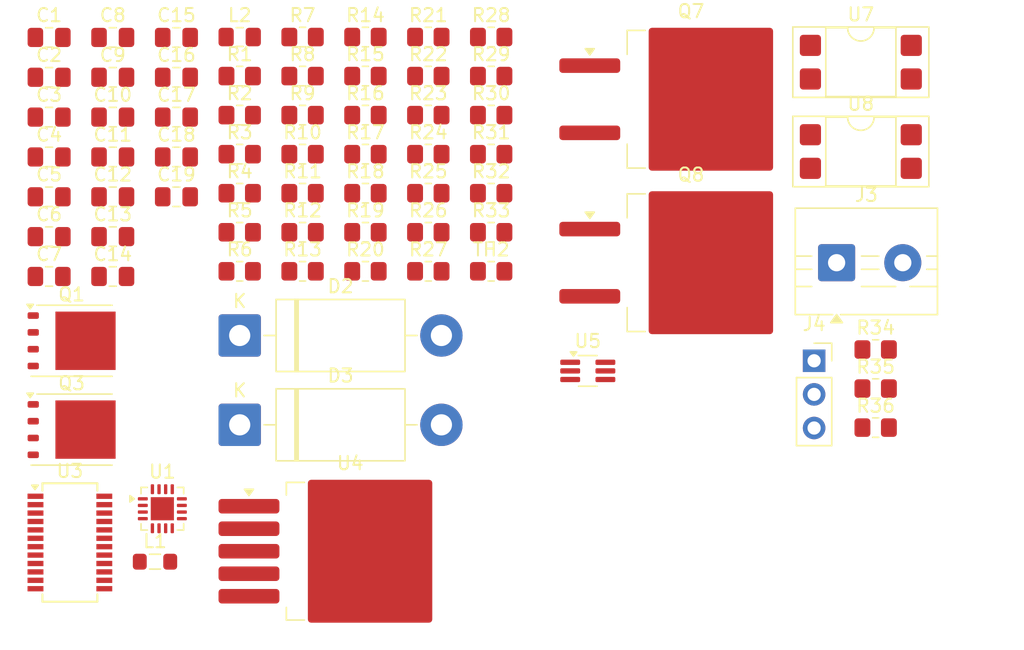
<source format=kicad_pcb>
(kicad_pcb (version 20241229) (generator "pcbnew") (generator_version "9.0")
  (layers (0 "F.Cu" signal) (2 "B.Cu" signal) (13 "F.Paste" user) (15 "B.Paste" user) (5 "F.SilkS" user "F.Silkscreen") (7 "B.SilkS" user "B.Silkscreen") (1 "F.Mask" user) (3 "B.Mask" user) (25 "Edge.Cuts" user))
  (net 0 "")
  (net 1 "Net-(U2-VC2)")
  (net 2 "Net-(U2-VC3)")
  (net 3 "Net-(U2-VC1)")
  (net 4 "DC_GND")
  (net 5 "Net-(U2-VC0)")
  (net 6 "Net-(U2-VDD)")
  (net 7 "Net-(U2-AVDD)")
  (net 8 "Net-(U2-SRP)")
  (net 9 "Net-(U2-SRN)")
  (net 10 "Net-(U1-VDD)")
  (net 11 "Net-(C11-Pad2)")
  (net 12 "/Power Supply/12V")
  (net 13 "Net-(C13-Pad1)")
  (net 14 "Net-(U3-PROG)")
  (net 15 "Net-(U3-CLP)")
  (net 16 "/Power Supply/SYSTEM_LOAD")
  (net 17 "/Power Supply/BATT+")
  (net 18 "5V_OUT")
  (net 19 "Net-(D2-K)")
  (net 20 "/Control System/H-Bridge/5V")
  (net 21 "/Control System/H-Bridge/EN")
  (net 22 "/Power Supply/SW")
  (net 23 "Net-(L1-Pad2)")
  (net 24 "Net-(Q1-G)")
  (net 25 "Net-(Q1-S-Pad1)")
  (net 26 "Net-(Q1-D)")
  (net 27 "/Power Supply/BATT-")
  (net 28 "/Power Supply/RGS_CHG")
  (net 29 "Net-(J5-Pin_1)")
  (net 31 "Net-(Q7-G)")
  (net 32 "Net-(Q8-G)")
  (net 33 "/Power Supply/CELL_2")
  (net 34 "/Power Supply/CELL_1")
  (net 35 "/Power Supply/VBUS")
  (net 36 "Net-(U1-GATE)")
  (net 37 "Net-(Q2-Pad4)")
  (net 38 "Net-(U1-SDA{slash}SNK_VSET)")
  (net 39 "Net-(U1-SCL{slash}SNK_ISET)")
  (net 40 "Net-(U2-DSG)")
  (net 41 "Net-(R13-Pad1)")
  (net 42 "/Power Supply/CHG")
  (net 43 "Net-(U2-PRES)")
  (net 44 "PRES")
  (net 45 "Net-(U2-TS)")
  (net 46 "Net-(U2-VTB)")
  (net 47 "Net-(U2-OCDP)")
  (net 48 "/Power Supply/LD")
  (net 49 "VLOGIC")
  (net 50 "ACP")
  (net 51 "'FAULT")
  (net 52 "Net-(U3-NTC)")
  (net 53 "'FLAG")
  (net 54 "Net-(U3-R_{T})")
  (net 55 "Net-(U3-ITH)")
  (net 56 "Net-(Q4-Pad5)")
  (net 57 "/Power Supply/CSP")
  (net 58 "/Power Supply/BAT")
  (net 59 "Net-(U5-B)")
  (net 60 "Net-(R35-Pad2)")
  (net 61 "Net-(R36-Pad2)")
  (net 62 "Net-(U6-D1)")
  (net 67 "/Power Supply/CC2")
  (net 68 "/Power Supply/D+")
  (net 71 "/Power Supply/D-")
  (net 72 "/Power Supply/CC1")
  (net 73 "/Power Supply/TGATE")
  (net 74 "'LOBAT")
  (net 76 "'Icl")
  (net 78 "SHDN")
  (net 79 "'CHG")
  (net 80 "Net-(U3-INFET)")
  (net 81 "/Power Supply/BGATE")
  (net 82 "/Control System/H-Bridge/3V3")
  (footprint "Resistor_SMD:R_0805_2012Metric_Pad1.20x1.40mm_HandSolder" (layer "F.Cu") (at 150.45 77.44)
    (property "Reference" "R29" (at 0 -1.65 0) (layer "F.SilkS"))
    (property "Value" "26.7k")
    (pad "1" smd roundrect (at -1 0) (size 1.2 1.4) (layers "F.Cu" "F.Mask" "F.Paste") (roundrect_rratio 0.208333) (net 14 "Net-(U3-PROG)"))
    (pad "2" smd roundrect (at 1 0) (size 1.2 1.4) (layers "F.Cu" "F.Mask" "F.Paste") (roundrect_rratio 0.208333) (net 4 "DC_GND"))
  )
  (footprint "Capacitor_SMD:C_0805_2012Metric_Pad1.18x1.45mm_HandSolder" (layer "F.Cu") (at 117.05 83.55)
    (property "Reference" "C4" (at 0 -1.68 0) (layer "F.SilkS"))
    (property "Value" "0.1u")
    (pad "1" smd roundrect (at -1.0375 0) (size 1.175 1.45) (layers "F.Cu" "F.Mask" "F.Paste") (roundrect_rratio 0.212766) (net 4 "DC_GND"))
    (pad "2" smd roundrect (at 1.0375 0) (size 1.175 1.45) (layers "F.Cu" "F.Mask" "F.Paste") (roundrect_rratio 0.212766) (net 5 "Net-(U2-VC0)"))
  )
  (footprint "Resistor_SMD:R_0805_2012Metric_Pad1.20x1.40mm_HandSolder" (layer "F.Cu") (at 136.2 83.34)
    (property "Reference" "R10" (at 0 -1.65 0) (layer "F.SilkS"))
    (property "Value" "5.1k")
    (pad "1" smd roundrect (at -1 0) (size 1.2 1.4) (layers "F.Cu" "F.Mask" "F.Paste") (roundrect_rratio 0.208333) (net 36 "Net-(U1-GATE)"))
    (pad "2" smd roundrect (at 1 0) (size 1.2 1.4) (layers "F.Cu" "F.Mask" "F.Paste") (roundrect_rratio 0.208333) (net 37 "Net-(Q2-Pad4)"))
  )
  (footprint "Resistor_SMD:R_0805_2012Metric_Pad1.20x1.40mm_HandSolder" (layer "F.Cu") (at 136.2 86.29)
    (property "Reference" "R11" (at 0 -1.65 0) (layer "F.SilkS"))
    (property "Value" "10k")
    (pad "1" smd roundrect (at -1 0) (size 1.2 1.4) (layers "F.Cu" "F.Mask" "F.Paste") (roundrect_rratio 0.208333) (net 38 "Net-(U1-SDA{slash}SNK_VSET)"))
    (pad "2" smd roundrect (at 1 0) (size 1.2 1.4) (layers "F.Cu" "F.Mask" "F.Paste") (roundrect_rratio 0.208333) (net 4 "DC_GND"))
  )
  (footprint "Resistor_SMD:R_0805_2012Metric_Pad1.20x1.40mm_HandSolder" (layer "F.Cu") (at 145.7 92.19)
    (property "Reference" "R27" (at 0 -1.65 0) (layer "F.SilkS"))
    (property "Value" "6.04k")
    (pad "1" smd roundrect (at -1 0) (size 1.2 1.4) (layers "F.Cu" "F.Mask" "F.Paste") (roundrect_rratio 0.208333) (net 55 "Net-(U3-ITH)"))
    (pad "2" smd roundrect (at 1 0) (size 1.2 1.4) (layers "F.Cu" "F.Mask" "F.Paste") (roundrect_rratio 0.208333) (net 13 "Net-(C13-Pad1)"))
  )
  (footprint "Resistor_SMD:R_0805_2012Metric_Pad1.20x1.40mm_HandSolder" (layer "F.Cu") (at 150.45 74.49)
    (property "Reference" "R28" (at 0 -1.65 0) (layer "F.SilkS"))
    (property "Value" "4.99k")
    (pad "1" smd roundrect (at -1 0) (size 1.2 1.4) (layers "F.Cu" "F.Mask" "F.Paste") (roundrect_rratio 0.208333) (net 15 "Net-(U3-CLP)"))
    (pad "2" smd roundrect (at 1 0) (size 1.2 1.4) (layers "F.Cu" "F.Mask" "F.Paste") (roundrect_rratio 0.208333) (net 56 "Net-(Q4-Pad5)"))
  )
  (footprint "Resistor_SMD:R_0805_2012Metric_Pad1.20x1.40mm_HandSolder" (layer "F.Cu") (at 136.2 89.24)
    (property "Reference" "R12" (at 0 -1.65 0) (layer "F.SilkS"))
    (property "Value" "22.6k")
    (pad "1" smd roundrect (at -1 0) (size 1.2 1.4) (layers "F.Cu" "F.Mask" "F.Paste") (roundrect_rratio 0.208333) (net 39 "Net-(U1-SCL{slash}SNK_ISET)"))
    (pad "2" smd roundrect (at 1 0) (size 1.2 1.4) (layers "F.Cu" "F.Mask" "F.Paste") (roundrect_rratio 0.208333) (net 4 "DC_GND"))
  )
  (footprint "Resistor_SMD:R_0805_2012Metric_Pad1.20x1.40mm_HandSolder" (layer "F.Cu") (at 145.7 77.44)
    (property "Reference" "R22" (at 0 -1.65 0) (layer "F.SilkS"))
    (property "Value" "309k")
    (pad "1" smd roundrect (at -1 0) (size 1.2 1.4) (layers "F.Cu" "F.Mask" "F.Paste") (roundrect_rratio 0.208333) (net 50 "ACP"))
    (pad "2" smd roundrect (at 1 0) (size 1.2 1.4) (layers "F.Cu" "F.Mask" "F.Paste") (roundrect_rratio 0.208333) (net 49 "VLOGIC"))
  )
  (footprint "Resistor_SMD:R_0805_2012Metric_Pad1.20x1.40mm_HandSolder" (layer "F.Cu") (at 179.5 101.05)
    (property "Reference" "R35" (at 0 -1.65 0) (layer "F.SilkS"))
    (property "Value" "750")
    (pad "1" smd roundrect (at -1 0) (size 1.2 1.4) (layers "F.Cu" "F.Mask" "F.Paste") (roundrect_rratio 0.208333) (net 20 "/Control System/H-Bridge/5V"))
    (pad "2" smd roundrect (at 1 0) (size 1.2 1.4) (layers "F.Cu" "F.Mask" "F.Paste") (roundrect_rratio 0.208333) (net 60 "Net-(R35-Pad2)"))
  )
  (footprint "TerminalBlock:TerminalBlock_MaiXu_MX126-5.0-02P_1x02_P5.00mm" (layer "F.Cu") (at 176.55 91.54)
    (property "Reference" "J3" (at 2.25 -5.12 0) (layer "F.SilkS"))
    (property "Value" "Screw_Terminal_01x02")
    (pad "1" thru_hole roundrect (at 0 0) (size 2.8 2.8) (drill 1.3) (layers "*.Cu" "*.Mask") (roundrect_rratio 0.089286) (net 20 "/Control System/H-Bridge/5V"))
    (pad "2" thru_hole circle (at 5 0) (size 2.8 2.8) (drill 1.3) (layers "*.Cu" "*.Mask") (net 4 "DC_GND"))
  )
  (footprint "Package_DIP:DIP-4_W7.62mm_SMDSocket_SmallPads" (layer "F.Cu") (at 178.38 83.14)
    (property "Reference" "U8" (at 0 -3.6 0) (layer "F.SilkS"))
    (property "Value" "Optocoupler_DC_PhotoNPN_AKEC")
    (pad "1" smd roundrect (at -3.81 -1.27) (size 1.6 1.6) (layers "F.Cu" "F.Mask" "F.Paste") (roundrect_rratio 0.15625) (net 61 "Net-(R36-Pad2)"))
    (pad "2" smd roundrect (at -3.81 1.27) (size 1.6 1.6) (layers "F.Cu" "F.Mask" "F.Paste") (roundrect_rratio 0.15625) (net 4 "DC_GND"))
    (pad "3" smd roundrect (at 3.81 1.27) (size 1.6 1.6) (layers "F.Cu" "F.Mask" "F.Paste") (roundrect_rratio 0.15625) (net 4 "DC_GND"))
    (pad "4" smd roundrect (at 3.81 -1.27) (size 1.6 1.6) (layers "F.Cu" "F.Mask" "F.Paste") (roundrect_rratio 0.15625) (net 32 "Net-(Q8-G)"))
  )
  (footprint "Resistor_SMD:R_0805_2012Metric_Pad1.20x1.40mm_HandSolder" (layer "F.Cu") (at 179.5 98.1)
    (property "Reference" "R34" (at 0 -1.65 0) (layer "F.SilkS"))
    (property "Value" "10K")
    (pad "1" smd roundrect (at -1 0) (size 1.2 1.4) (layers "F.Cu" "F.Mask" "F.Paste") (roundrect_rratio 0.208333) (net 59 "Net-(U5-B)"))
    (pad "2" smd roundrect (at 1 0) (size 1.2 1.4) (layers "F.Cu" "F.Mask" "F.Paste") (roundrect_rratio 0.208333) (net 4 "DC_GND"))
  )
  (footprint "Package_TO_SOT_SMD:TO-263-2" (layer "F.Cu") (at 165.55 91.54)
    (property "Reference" "Q8" (at 0 -6.65 0) (layer "F.SilkS"))
    (property "Value" "NMOS")
    (pad "1" smd roundrect (at -7.65 -2.54) (size 4.6 1.1) (layers "F.Cu" "F.Mask" "F.Paste") (roundrect_rratio 0.227273) (net 29 "Net-(J5-Pin_1)"))
    (pad "2" smd roundrect (at 1.5 0) (size 9.4 10.8) (layers "F.Cu" "F.Mask") (roundrect_rratio 0.026596) (net 32 "Net-(Q8-G)"))
    (pad "3" smd roundrect (at -7.65 2.54) (size 4.6 1.1) (layers "F.Cu" "F.Mask" "F.Paste") (roundrect_rratio 0.227273) (net 4 "DC_GND"))
  )
  (footprint "Resistor_SMD:R_0805_2012Metric_Pad1.20x1.40mm_HandSolder" (layer "F.Cu") (at 140.95 92.19)
    (property "Reference" "R20" (at 0 -1.65 0) (layer "F.SilkS"))
    (property "Value" "100k")
    (pad "1" smd roundrect (at -1 0) (size 1.2 1.4) (layers "F.Cu" "F.Mask" "F.Paste") (roundrect_rratio 0.208333) (net 47 "Net-(U2-OCDP)"))
    (pad "2" smd roundrect (at 1 0) (size 1.2 1.4) (layers "F.Cu" "F.Mask" "F.Paste") (roundrect_rratio 0.208333) (net 4 "DC_GND"))
  )
  (footprint "Resistor_SMD:R_0805_2012Metric_Pad1.20x1.40mm_HandSolder" (layer "F.Cu") (at 140.95 77.44)
    (property "Reference" "R15" (at 0 -1.65 0) (layer "F.SilkS"))
    (property "Value" "49.9k")
    (pad "1" smd roundrect (at -1 0) (size 1.2 1.4) (layers "F.Cu" "F.Mask" "F.Paste") (roundrect_rratio 0.208333) (net 37 "Net-(Q2-Pad4)"))
    (pad "2" smd roundrect (at 1 0) (size 1.2 1.4) (layers "F.Cu" "F.Mask" "F.Paste") (roundrect_rratio 0.208333) (net 35 "/Power Supply/VBUS"))
  )
  (footprint "Resistor_SMD:R_0805_2012Metric_Pad1.20x1.40mm_HandSolder" (layer "F.Cu") (at 140.95 74.49)
    (property "Reference" "R14" (at 0 -1.65 0) (layer "F.SilkS"))
    (property "Value" "1M")
    (pad "1" smd roundrect (at -1 0) (size 1.2 1.4) (layers "F.Cu" "F.Mask" "F.Paste") (roundrect_rratio 0.208333) (net 41 "Net-(R13-Pad1)"))
    (pad "2" smd roundrect (at 1 0) (size 1.2 1.4) (layers "F.Cu" "F.Mask" "F.Paste") (roundrect_rratio 0.208333) (net 24 "Net-(Q1-G)"))
  )
  (footprint "Capacitor_SMD:C_0805_2012Metric_Pad1.18x1.45mm_HandSolder" (layer "F.Cu") (at 121.86 92.58)
    (property "Reference" "C14" (at 0 -1.68 0) (layer "F.SilkS"))
    (property "Value" "0.0047uF")
    (pad "1" smd roundrect (at -1.0375 0) (size 1.175 1.45) (layers "F.Cu" "F.Mask" "F.Paste") (roundrect_rratio 0.212766) (net 14 "Net-(U3-PROG)"))
    (pad "2" smd roundrect (at 1.0375 0) (size 1.175 1.45) (layers "F.Cu" "F.Mask" "F.Paste") (roundrect_rratio 0.212766) (net 4 "DC_GND"))
  )
  (footprint "Resistor_SMD:R_0805_2012Metric_Pad1.20x1.40mm_HandSolder" (layer "F.Cu") (at 131.45 80.39)
    (property "Reference" "R2" (at 0 -1.65 0) (layer "F.SilkS"))
    (property "Value" "1k")
    (pad "1" smd roundrect (at -1 0) (size 1.2 1.4) (layers "F.Cu" "F.Mask" "F.Paste") (roundrect_rratio 0.208333) (net 17 "/Power Supply/BATT+"))
    (pad "2" smd roundrect (at 1 0) (size 1.2 1.4) (layers "F.Cu" "F.Mask" "F.Paste") (roundrect_rratio 0.208333) (net 2 "Net-(U2-VC3)"))
  )
  (footprint "Capacitor_SMD:C_0805_2012Metric_Pad1.18x1.45mm_HandSolder" (layer "F.Cu") (at 121.86 74.52)
    (property "Reference" "C8" (at 0 -1.68 0) (layer "F.SilkS"))
    (property "Value" "0.1uF")
    (pad "1" smd roundrect (at -1.0375 0) (size 1.175 1.45) (layers "F.Cu" "F.Mask" "F.Paste") (roundrect_rratio 0.212766) (net 8 "Net-(U2-SRP)"))
    (pad "2" smd roundrect (at 1.0375 0) (size 1.175 1.45) (layers "F.Cu" "F.Mask" "F.Paste") (roundrect_rratio 0.212766) (net 9 "Net-(U2-SRN)"))
  )
  (footprint "Resistor_SMD:R_0805_2012Metric_Pad1.20x1.40mm_HandSolder" (layer "F.Cu") (at 136.2 74.49)
    (property "Reference" "R7" (at 0 -1.65 0) (layer "F.SilkS"))
    (property "Value" "10")
    (pad "1" smd roundrect (at -1 0) (size 1.2 1.4) (layers "F.Cu" "F.Mask" "F.Paste") (roundrect_rratio 0.208333) (net 35 "/Power Supply/VBUS"))
    (pad "2" smd roundrect (at 1 0) (size 1.2 1.4) (layers "F.Cu" "F.Mask" "F.Paste") (roundrect_rratio 0.208333) (net 10 "Net-(U1-VDD)"))
  )
  (footprint "Package_TO_SOT_SMD:TDSON-8-1" (layer "F.Cu") (at 118.75 104.15)
    (property "Reference" "Q3" (at 0 -3.5 0) (layer "F.SilkS"))
    (property "Value" "CSD18531Q5A")
    (pad "1" smd roundrect (at -2.9 -1.905) (size 0.85 0.5) (layers "F.Cu" "F.Mask" "F.Paste") (net 27 "/Power Supply/BATT-"))
    (pad "2" smd roundrect (at -2.9 -0.635) (size 0.85 0.5) (layers "F.Cu" "F.Mask" "F.Paste") (net 27 "/Power Supply/BATT-"))
    (pad "3" smd roundrect (at -2.9 0.635) (size 0.85 0.5) (layers "F.Cu" "F.Mask" "F.Paste") (net 27 "/Power Supply/BATT-"))
    (pad "4" smd roundrect (at -2.9 1.905) (size 0.85 0.5) (layers "F.Cu" "F.Mask" "F.Paste") (net 28 "/Power Supply/RGS_CHG"))
    (pad "5" smd rect (at 1.05 0) (size 4.55 4.41) (layers "F.Cu") (net 26 "Net-(Q1-D)"))
  )
  (footprint "Resistor_SMD:R_0805_2012Metric_Pad1.20x1.40mm_HandSolder" (layer "F.Cu") (at 131.45 83.34)
    (property "Reference" "R3" (at 0 -1.65 0) (layer "F.SilkS"))
    (property "Value" "1k")
    (pad "1" smd roundrect (at -1 0) (size 1.2 1.4) (layers "F.Cu" "F.Mask" "F.Paste") (roundrect_rratio 0.208333) (net 33 "/Power Supply/CELL_2"))
    (pad "2" smd roundrect (at 1 0) (size 1.2 1.4) (layers "F.Cu" "F.Mask" "F.Paste") (roundrect_rratio 0.208333) (net 1 "Net-(U2-VC2)"))
  )
  (footprint "Resistor_SMD:R_0805_2012Metric_Pad1.20x1.40mm_HandSolder" (layer "F.Cu") (at 140.95 86.29)
    (property "Reference" "R18" (at 0 -1.65 0) (layer "F.SilkS"))
    (property "Value" "10k")
    (pad "1" smd roundrect (at -1 0) (size 1.2 1.4) (layers "F.Cu" "F.Mask" "F.Paste") (roundrect_rratio 0.208333) (net 43 "Net-(U2-PRES)"))
    (pad "2" smd roundrect (at 1 0) (size 1.2 1.4) (layers "F.Cu" "F.Mask" "F.Paste") (roundrect_rratio 0.208333) (net 44 "PRES"))
  )
  (footprint "Capacitor_SMD:C_0805_2012Metric_Pad1.18x1.45mm_HandSolder" (layer "F.Cu") (at 121.86 89.57)
    (property "Reference" "C13" (at 0 -1.68 0) (layer "F.SilkS"))
    (property "Value" "0.12uF")
    (pad "1" smd roundrect (at -1.0375 0) (size 1.175 1.45) (layers "F.Cu" "F.Mask" "F.Paste") (roundrect_rratio 0.212766) (net 13 "Net-(C13-Pad1)"))
    (pad "2" smd roundrect (at 1.0375 0) (size 1.175 1.45) (layers "F.Cu" "F.Mask" "F.Paste") (roundrect_rratio 0.212766) (net 4 "DC_GND"))
  )
  (footprint "Capacitor_SMD:C_0805_2012Metric_Pad1.18x1.45mm_HandSolder" (layer "F.Cu") (at 121.86 86.56)
    (property "Reference" "C12" (at 0 -1.68 0) (layer "F.SilkS"))
    (property "Value" "0.1uF")
    (pad "1" smd roundrect (at -1.0375 0) (size 1.175 1.45) (layers "F.Cu" "F.Mask" "F.Paste") (roundrect_rratio 0.212766) (net 4 "DC_GND"))
    (pad "2" smd roundrect (at 1.0375 0) (size 1.175 1.45) (layers "F.Cu" "F.Mask" "F.Paste") (roundrect_rratio 0.212766) (net 12 "/Power Supply/12V"))
  )
  (footprint "Resistor_SMD:R_0805_2012Metric_Pad1.20x1.40mm_HandSolder" (layer "F.Cu") (at 131.45 86.29)
    (property "Reference" "R4" (at 0 -1.65 0) (layer "F.SilkS"))
    (property "Value" "1k")
    (pad "1" smd roundrect (at -1 0) (size 1.2 1.4) (layers "F.Cu" "F.Mask" "F.Paste") (roundrect_rratio 0.208333) (net 34 "/Power Supply/CELL_1"))
    (pad "2" smd roundrect (at 1 0) (size 1.2 1.4) (layers "F.Cu" "F.Mask" "F.Paste") (roundrect_rratio 0.208333) (net 3 "Net-(U2-VC1)"))
  )
  (footprint "Resistor_SMD:R_0805_2012Metric_Pad1.20x1.40mm_HandSolder" (layer "F.Cu") (at 131.45 89.24)
    (property "Reference" "R5" (at 0 -1.65 0) (layer "F.SilkS"))
    (property "Value" "1k")
    (pad "1" smd roundrect (at -1 0) (size 1.2 1.4) (layers "F.Cu" "F.Mask" "F.Paste") (roundrect_rratio 0.208333) (net 4 "DC_GND"))
    (pad "2" smd roundrect (at 1 0) (size 1.2 1.4) (layers "F.Cu" "F.Mask" "F.Paste") (roundrect_rratio 0.208333) (net 5 "Net-(U2-VC0)"))
  )
  (footprint "Resistor_SMD:R_0805_2012Metric_Pad1.20x1.40mm_HandSolder" (layer "F.Cu") (at 145.7 83.34)
    (property "Reference" "R24" (at 0 -1.65 0) (layer "F.SilkS"))
    (property "Value" "32.4k")
    (pad "1" smd roundrect (at -1 0) (size 1.2 1.4) (layers "F.Cu" "F.Mask" "F.Paste") (roundrect_rratio 0.208333) (net 11 "Net-(C11-Pad2)"))
    (pad "2" smd roundrect (at 1 0) (size 1.2 1.4) (layers "F.Cu" "F.Mask" "F.Paste") (roundrect_rratio 0.208333) (net 52 "Net-(U3-NTC)"))
  )
  (footprint "Resistor_SMD:R_0805_2012Metric_Pad1.20x1.40mm_HandSolder" (layer "F.Cu") (at 145.7 86.29)
    (property "Reference" "R25" (at 0 -1.65 0) (layer "F.SilkS"))
    (property "Value" "100k")
    (pad "1" smd roundrect (at -1 0) (size 1.2 1.4) (layers "F.Cu" "F.Mask" "F.Paste") (roundrect_rratio 0.208333) (net 53 "'FLAG"))
    (pad "2" smd roundrect (at 1 0) (size 1.2 1.4) (layers "F.Cu" "F.Mask" "F.Paste") (roundrect_rratio 0.208333) (net 49 "VLOGIC"))
  )
  (footprint "Resistor_SMD:R_0805_2012Metric_Pad1.20x1.40mm_HandSolder" (layer "F.Cu") (at 131.45 77.44)
    (property "Reference" "R1" (at 0 -1.65 0) (layer "F.SilkS"))
    (property "Value" "1k")
    (pad "1" smd roundrect (at -1 0) (size 1.2 1.4) (layers "F.Cu" "F.Mask" "F.Paste") (roundrect_rratio 0.208333) (net 17 "/Power Supply/BATT+"))
    (pad "2" smd roundrect (at 1 0) (size 1.2 1.4) (layers "F.Cu" "F.Mask" "F.Paste") (roundrect_rratio 0.208333) (net 6 "Net-(U2-VDD)"))
  )
  (footprint "Resistor_SMD:R_0805_2012Metric_Pad1.20x1.40mm_HandSolder" (layer "F.Cu") (at 150.45 86.29)
    (property "Reference" "R32" (at 0 -1.65 0) (layer "F.SilkS"))
    (property "Value" "3.01k")
    (pad "1" smd roundrect (at -1 0) (size 1.2 1.4) (layers "F.Cu" "F.Mask" "F.Paste") (roundrect_rratio 0.208333) (net 23 "Net-(L1-Pad2)"))
    (pad "2" smd roundrect (at 1 0) (size 1.2 1.4) (layers "F.Cu" "F.Mask" "F.Paste") (roundrect_rratio 0.208333) (net 17 "/Power Supply/BATT+"))
  )
  (footprint "Capacitor_SMD:C_0805_2012Metric_Pad1.18x1.45mm_HandSolder" (layer "F.Cu") (at 126.67 86.56)
    (property "Reference" "C19" (at 0 -1.68 0) (layer "F.SilkS"))
    (property "Value" "220uF")
    (pad "1" smd roundrect (at -1.0375 0) (size 1.175 1.45) (layers "F.Cu" "F.Mask" "F.Paste") (roundrect_rratio 0.212766) (net 18 "5V_OUT"))
    (pad "2" smd roundrect (at 1.0375 0) (size 1.175 1.45) (layers "F.Cu" "F.Mask" "F.Paste") (roundrect_rratio 0.212766) (net 4 "DC_GND"))
  )
  (footprint "Package_TO_SOT_SMD:SOT-363_SC-70-6_Handsoldering" (layer "F.Cu") (at 157.75 99.715)
    (property "Reference" "U5" (at 0 -2.25 0) (layer "F.SilkS"))
    (property "Value" "SN74LVC1T45DCK")
    (pad "1" smd roundrect (at -1.33 -0.65) (size 1.5 0.4) (layers "F.Cu" "F.Mask" "F.Paste") (net 82 "/Control System/H-Bridge/3V3"))
    (pad "2" smd roundrect (at -1.33 0) (size 1.5 0.4) (layers "F.Cu" "F.Mask" "F.Paste") (net 4 "DC_GND"))
    (pad "3" smd roundrect (at -1.33 0.65) (size 1.5 0.4) (layers "F.Cu" "F.Mask" "F.Paste") (net 21 "/Control System/H-Bridge/EN"))
    (pad "4" smd roundrect (at 1.33 0.65) (size 1.5 0.4) (layers "F.Cu" "F.Mask" "F.Paste") (net 59 "Net-(U5-B)"))
    (pad "5" smd roundrect (at 1.33 0) (size 1.5 0.4) (layers "F.Cu" "F.Mask" "F.Paste") (net 82 "/Control System/H-Bridge/3V3"))
    (pad "6" smd roundrect (at 1.33 -0.65) (size 1.5 0.4) (layers "F.Cu" "F.Mask" "F.Paste") (net 20 "/Control System/H-Bridge/5V"))
  )
  (footprint "Resistor_SMD:R_0805_2012Metric_Pad1.20x1.40mm_HandSolder" (layer "F.Cu") (at 179.5 104)
    (property "Reference" "R36" (at 0 -1.65 0) (layer "F.SilkS"))
    (property "Value" "750")
    (pad "1" smd roundrect (at -1 0) (size 1.2 1.4) (layers "F.Cu" "F.Mask" "F.Paste") (roundrect_rratio 0.208333) (net 62 "Net-(U6-D1)"))
    (pad "2" smd roundrect (at 1 0) (size 1.2 1.4) (layers "F.Cu" "F.Mask" "F.Paste") (roundrect_rratio 0.208333) (net 61 "Net-(R36-Pad2)"))
  )
  (footprint "Diode_THT:D_DO-201AD_P15.24mm_Horizontal" (layer "F.Cu") (at 131.45 97.04)
    (property "Reference" "D2" (at 7.62 -3.72 0) (layer "F.SilkS"))
    (property "Value" "1N5822")
    (fp_text user "K" (at 0 -2.6 0) (layer "F.SilkS"))
    (pad "1" thru_hole roundrect (at 0 0) (size 3.2 3.2) (drill 1.6) (layers "*.Cu" "*.Mask") (roundrect_rratio 0.078125) (net 19 "Net-(D2-K)"))
    (pad "2" thru_hole circle (at 15.24 0) (size 3.2 3.2) (drill 1.6) (layers "*.Cu" "*.Mask") (net 4 "DC_GND"))
  )
  (footprint "Capacitor_SMD:C_0805_2012Metric_Pad1.18x1.45mm_HandSolder" (layer "F.Cu") (at 126.67 83.55)
    (property "Reference" "C18" (at 0 -1.68 0) (layer "F.SilkS"))
    (property "Value" "20uF")
    (pad "1" smd roundrect (at -1.0375 0) (size 1.175 1.45) (layers "F.Cu" "F.Mask" "F.Paste") (roundrect_rratio 0.212766) (net 17 "/Power Supply/BATT+"))
    (pad "2" smd roundrect (at 1.0375 0) (size 1.175 1.45) (layers "F.Cu" "F.Mask" "F.Paste") (roundrect_rratio 0.212766) (net 4 "DC_GND"))
  )
  (footprint "Package_TO_SOT_SMD:TO-263-5_TabPin3" (layer "F.Cu") (at 139.8 113.34)
    (property "Reference" "U4" (at 0 -6.65 0) (layer "F.SilkS"))
    (property "Value" "LM2596S-5")
    (pad "1" smd roundrect (at -7.65 -3.4) (size 4.6 1.1) (layers "F.Cu" "F.Mask" "F.Paste") (roundrect_rratio 0.227273) (net 12 "/Power Supply/12V"))
    (pad "2" smd roundrect (at -7.65 -1.7) (size 4.6 1.1) (layers "F.Cu" "F.Mask" "F.Paste") (roundrect_rratio 0.227273) (net 19 "Net-(D2-K)"))
    (pad "3" smd roundrect (at -7.65 0) (size 4.6 1.1) (layers "F.Cu" "F.Mask" "F.Paste") (roundrect_rratio 0.227273) (net 4 "DC_GND"))
    (pad "3" smd roundrect (at 1.5 0) (size 9.4 10.8) (layers "F.Cu" "F.Mask") (roundrect_rratio 0.026596) (net 4 "DC_GND"))
    (pad "4" smd roundrect (at -7.65 1.7) (size 4.6 1.1) (layers "F.Cu" "F.Mask" "F.Paste") (roundrect_rratio 0.227273) (net 18 "5V_OUT"))
    (pad "5" smd roundrect (at -7.65 3.4) (size 4.6 1.1) (layers "F.Cu" "F.Mask" "F.Paste") (roundrect_rratio 0.227273) (net 4 "DC_GND"))
  )
  (footprint "Resistor_SMD:R_0805_2012Metric_Pad1.20x1.40mm_HandSolder" (layer "F.Cu") (at 140.95 83.34)
    (property "Reference" "R17" (at 0 -1.65 0) (layer "F.SilkS"))
    (property "Value" "1M")
    (pad "1" smd roundrect (at -1 0) (size 1.2 1.4) (layers "F.Cu" "F.Mask" "F.Paste") (roundrect_rratio 0.208333) (net 28 "/Power Supply/RGS_CHG"))
    (pad "2" smd roundrect (at 1 0) (size 1.2 1.4) (layers "F.Cu" "F.Mask" "F.Paste") (roundrect_rratio 0.208333) (net 27 "/Power Supply/BATT-"))
  )
  (footprint "Package_DFN_QFN:WQFN-16-1EP_3x3mm_P0.5mm_EP1.75x1.75mm" (layer "F.Cu") (at 125.605 110.13)
    (property "Reference" "U1" (at 0 -2.8 0) (layer "F.SilkS"))
    (property "Value" "HUSB238A-xxxxx-QN16R")
    (pad "1" smd roundrect (at -1.475 -0.75) (size 0.75 0.25) (layers "F.Cu" "F.Mask" "F.Paste") (net 68 "/Power Supply/D+"))
    (pad "2" smd roundrect (at -1.475 -0.25) (size 0.75 0.25) (layers "F.Cu" "F.Mask" "F.Paste") (net 71 "/Power Supply/D-"))
    (pad "3" smd roundrect (at -1.475 0.25) (size 0.75 0.25) (layers "F.Cu" "F.Mask" "F.Paste") (net 72 "/Power Supply/CC1"))
    (pad "4" smd roundrect (at -1.475 0.75) (size 0.75 0.25) (layers "F.Cu" "F.Mask" "F.Paste") (net 67 "/Power Supply/CC2"))
    (pad "5" smd roundrect (at -0.75 1.475) (size 0.25 0.75) (layers "F.Cu" "F.Mask" "F.Paste") (net 10 "Net-(U1-VDD)"))
    (pad "6" smd roundrect (at -0.25 1.475) (size 0.25 0.75) (layers "F.Cu" "F.Mask" "F.Paste"))
    (pad "7" smd roundrect (at 0.25 1.475) (size 0.25 0.75) (layers "F.Cu" "F.Mask" "F.Paste"))
    (pad "8" smd roundrect (at 0.75 1.475) (size 0.25 0.75) (layers "F.Cu" "F.Mask" "F.Paste"))
    (pad "9" smd roundrect (at 1.475 0.75) (size 0.75 0.25) (layers "F.Cu" "F.Mask" "F.Paste") (net 38 "Net-(U1-SDA{slash}SNK_VSET)"))
    (pad "10" smd roundrect (at 1.475 0.25) (size 0.75 0.25) (layers "F.Cu" "F.Mask" "F.Paste") (net 39 "Net-(U1-SCL{slash}SNK_ISET)"))
    (pad "11" smd roundrect (at 1.475 -0.25) (size 0.75 0.25) (layers "F.Cu" "F.Mask" "F.Paste"))
    (pad "12" smd roundrect (at 1.475 -0.75) (size 0.75 0.25) (layers "F.Cu" "F.Mask" "F.Paste") (net 4 "DC_GND"))
    (pad "13" smd roundrect (at 0.75 -1.475) (size 0.25 0.75) (layers "F.Cu" "F.Mask" "F.Paste"))
    (pad "14" smd roundrect (at 0.25 -1.475) (size 0.25 0.75) (layers "F.Cu" "F.Mask" "F.Paste"))
    (pad "15" smd roundrect (at -0.25 -1.475) (size 0.25 0.75) (layers "F.Cu" "F.Mask" "F.Paste") (net 36 "Net-(U1-GATE)"))
    (pad "16" smd roundrect (at -0.75 -1.475) (size 0.25 0.75) (layers "F.Cu" "F.Mask" "F.Paste") (net 35 "/Power Supply/VBUS"))
    (pad "17" smd rect (at 0 0) (size 1.75 1.75) (property pad_prop_heatsink) (layers "F.Cu" "F.Mask") (net 4 "DC_GND"))
  )
  (footprint "Resistor_SMD:R_0805_2012Metric_Pad1.20x1.40mm_HandSolder" (layer "F.Cu") (at 136.2 92.19)
    (property "Reference" "R13" (at 0 -1.65 0) (layer "F.SilkS"))
    (property "Value" "4.5k")
    (pad "1" smd roundrect (at -1 0) (size 1.2 1.4) (layers "F.Cu" "F.Mask" "F.Paste") (roundrect_rratio 0.208333) (net 41 "Net-(R13-Pad1)"))
    (pad "2" smd roundrect (at 1 0) (size 1.2 1.4) (layers "F.Cu" "F.Mask" "F.Paste") (roundrect_rratio 0.208333) (net 40 "Net-(U2-DSG)"))
  )
  (footprint "Capacitor_SMD:C_0805_2012Metric_Pad1.18x1.45mm_HandSolder" (layer "F.Cu") (at 121.86 83.55)
    (property "Reference" "C11" (at 0 -1.68 0) (layer "F.SilkS"))
    (property "Value" "0.12uF")
    (pad "1" smd roundrect (at -1.0375 0) (size 1.175 1.45) (layers "F.Cu" "F.Mask" "F.Paste") (roundrect_rratio 0.212766) (net 4 "DC_GND"))
    (pad "2" smd roundrect (at 1.0375 0) (size 1.175 1.45) (layers "F.Cu" "F.Mask" "F.Paste") (roundrect_rratio 0.212766) (net 11 "Net-(C11-Pad2)"))
  )
  (footprint "Resistor_SMD:R_0805_2012Metric_Pad1.20x1.40mm_HandSolder" (layer "F.Cu") (at 140.95 80.39)
    (property "Reference" "R16" (at 0 -1.65 0) (layer "F.SilkS"))
    (property "Value" "1k")
    (pad "1" smd roundrect (at -1 0) (size 1.2 1.4) (layers "F.Cu" "F.Mask" "F.Paste") (roundrect_rratio 0.208333) (net 42 "/Power Supply/CHG"))
    (pad "2" smd roundrect (at 1 0) (size 1.2 1.4) (layers "F.Cu" "F.Mask" "F.Paste") (roundrect_rratio 0.208333) (net 28 "/Power Supply/RGS_CHG"))
  )
  (footprint "Package_SO:SSOP-24_3.9x8.7mm_P0.635mm" (layer "F.Cu") (at 118.62 112.68)
    (property "Reference" "U3" (at 0 -5.4 0) (layer "F.SilkS"))
    (property "Value" "LTC4007")
    (pad "1" smd rect (at -2.6 -3.4925) (size 1.2 0.4) (layers "F.Cu" "F.Mask" "F.Paste") (net 12 "/Power Supply/12V"))
    (pad "2" smd rect (at -2.6 -2.8575) (size 1.2 0.4) (layers "F.Cu" "F.Mask" "F.Paste") (net 79 "'CHG"))
    (pad "3" smd rect (at -2.6 -2.2225) (size 1.2 0.4) (layers "F.Cu" "F.Mask" "F.Paste") (net 50 "ACP"))
    (pad "4" smd rect (at -2.6 -1.5875) (size 1.2 0.4) (layers "F.Cu" "F.Mask" "F.Paste") (net 54 "Net-(U3-R_{T})"))
    (pad "5" smd rect (at -2.6 -0.9525) (size 1.2 0.4) (layers "F.Cu" "F.Mask" "F.Paste") (net 51 "'FAULT"))
    (pad "6" smd rect (at -2.6 -0.3175) (size 1.2 0.4) (layers "F.Cu" "F.Mask" "F.Paste") (net 4 "DC_GND"))
    (pad "7" smd rect (at -2.6 0.3175) (size 1.2 0.4) (layers "F.Cu" "F.Mask" "F.Paste") (net 4 "DC_GND"))
    (pad "8" smd rect (at -2.6 0.9525) (size 1.2 0.4) (layers "F.Cu" "F.Mask" "F.Paste") (net 74 "'LOBAT"))
    (pad "9" smd rect (at -2.6 1.5875) (size 1.2 0.4) (layers "F.Cu" "F.Mask" "F.Paste") (net 52 "Net-(U3-NTC)"))
    (pad "10" smd rect (at -2.6 2.2225) (size 1.2 0.4) (layers "F.Cu" "F.Mask" "F.Paste") (net 55 "Net-(U3-ITH)"))
    (pad "11" smd rect (at -2.6 2.8575) (size 1.2 0.4) (layers "F.Cu" "F.Mask" "F.Paste") (net 14 "Net-(U3-PROG)"))
    (pad "12" smd rect (at -2.6 3.4925) (size 1.2 0.4) (layers "F.Cu" "F.Mask" "F.Paste"))
    (pad "13" smd rect (at 2.6 3.4925) (size 1.2 0.4) (layers "F.Cu" "F.Mask" "F.Paste") (net 76 "'Icl"))
    (pad "14" smd rect (at 2.6 2.8575) (size 1.2 0.4) (layers "F.Cu" "F.Mask" "F.Paste") (net 57 "/Power Supply/CSP"))
    (pad "15" smd rect (at 2.6 2.2225) (size 1.2 0.4) (layers "F.Cu" "F.Mask" "F.Paste") (net 58 "/Power Supply/BAT"))
    (pad "16" smd rect (at 2.6 1.5875) (size 1.2 0.4) (layers "F.Cu" "F.Mask" "F.Paste"))
    (pad "17" smd rect (at 2.6 0.9525) (size 1.2 0.4) (layers "F.Cu" "F.Mask" "F.Paste") (net 53 "'FLAG"))
    (pad "18" smd rect (at 2.6 0.3175) (size 1.2 0.4) (layers "F.Cu" "F.Mask" "F.Paste") (net 15 "Net-(U3-CLP)"))
    (pad "19" smd rect (at 2.6 -0.3175) (size 1.2 0.4) (layers "F.Cu" "F.Mask" "F.Paste") (net 16 "/Power Supply/SYSTEM_LOAD"))
    (pad "20" smd rect (at 2.6 -0.9525) (size 1.2 0.4) (layers "F.Cu" "F.Mask" "F.Paste") (net 73 "/Power Supply/TGATE"))
    (pad "21" smd rect (at 2.6 -1.5875) (size 1.2 0.4) (layers "F.Cu" "F.Mask" "F.Paste") (net 4 "DC_GND"))
    (pad "22" smd rect (at 2.6 -2.2225) (size 1.2 0.4) (layers "F.Cu" "F.Mask" "F.Paste") (net 81 "/Power Supply/BGATE"))
    (pad "23" smd rect (at 2.6 -2.8575) (size 1.2 0.4) (layers "F.Cu" "F.Mask" "F.Paste") (net 80 "Net-(U3-INFET)"))
    (pad "24" smd rect (at 2.6 -3.4925) (size 1.2 0.4) (layers "F.Cu" "F.Mask" "F.Paste") (net 78 "SHDN"))
  )
  (footprint "Resistor_SMD:R_0805_2012Metric_Pad1.20x1.40mm_HandSolder" (layer "F.Cu") (at 150.45 89.24)
    (property "Reference" "R33" (at 0 -1.65 0) (layer "F.SilkS"))
    (property "Value" "3.01k")
    (pad "1" smd roundrect (at -1 0) (size 1.2 1.4) (layers "F.Cu" "F.Mask" "F.Paste") (roundrect_rratio 0.208333) (net 17 "/Power Supply/BATT+"))
    (pad "2" smd roundrect (at 1 0) (size 1.2 1.4) (layers "F.Cu" "F.Mask" "F.Paste") (roundrect_rratio 0.208333) (net 58 "/Power Supply/BAT"))
  )
  (footprint "Inductor_SMD:L_0805_2012Metric_Pad1.05x1.20mm_HandSolder" (layer "F.Cu") (at 125.05 114.13)
    (property "Reference" "L1" (at 0 -1.55 0) (layer "F.SilkS"))
    (property "Value" "10uH")
    (pad "1" smd roundrect (at -1.15 0) (size 1.05 1.2) (layers "F.Cu" "F.Mask" "F.Paste") (roundrect_rratio 0.238095) (net 22 "/Power Supply/SW"))
    (pad "2" smd roundrect (at 1.15 0) (size 1.05 1.2) (layers "F.Cu" "F.Mask" "F.Paste") (roundrect_rratio 0.238095) (net 23 "Net-(L1-Pad2)"))
  )
  (footprint "Package_TO_SOT_SMD:TDSON-8-1" (layer "F.Cu") (at 118.75 97.44)
    (property "Reference" "Q1" (at 0 -3.5 0) (layer "F.SilkS"))
    (property "Value" "CSD18531Q5A")
    (pad "1" smd roundrect (at -2.9 -1.905) (size 0.85 0.5) (layers "F.Cu" "F.Mask" "F.Paste") (net 25 "Net-(Q1-S-Pad1)"))
    (pad "2" smd roundrect (at -2.9 -0.635) (size 0.85 0.5) (layers "F.Cu" "F.Mask" "F.Paste") (net 25 "Net-(Q1-S-Pad1)"))
    (pad "3" smd roundrect (at -2.9 0.635) (size 0.85 0.5) (layers "F.Cu" "F.Mask" "F.Paste") (net 25 "Net-(Q1-S-Pad1)"))
    (pad "4" smd roundrect (at -2.9 1.905) (size 0.85 0.5) (layers "F.Cu" "F.Mask" "F.Paste") (net 24 "Net-(Q1-G)"))
    (pad "5" smd rect (at 1.05 0) (size 4.55 4.41) (layers "F.Cu") (net 26 "Net-(Q1-D)"))
  )
  (footprint "Capacitor_SMD:C_0805_2012Metric_Pad1.18x1.45mm_HandSolder" (layer "F.Cu") (at 121.86 80.54)
    (property "Reference" "C10" (at 0 -1.68 0) (layer "F.SilkS"))
    (property "Value" "0.1uF")
    (pad "1" smd roundrect (at -1.0375 0) (size 1.175 1.45) (layers "F.Cu" "F.Mask" "F.Paste") (roundrect_rratio 0.212766) (net 9 "Net-(U2-SRN)"))
    (pad "2" smd roundrect (at 1.0375 0) (size 1.175 1.45) (layers "F.Cu" "F.Mask" "F.Paste") (roundrect_rratio 0.212766) (net 4 "DC_GND"))
  )
  (footprint "Resistor_SMD:R_0805_2012Metric_Pad1.20x1.40mm_HandSolder" (layer "F.Cu") (at 145.7 89.24)
    (property "Reference" "R26" (at 0 -1.65 0) (layer "F.SilkS"))
    (property "Value" "309k")
    (pad "1" smd roundrect (at -1 0) (size 1.2 1.4) (layers "F.Cu" "F.Mask" "F.Paste") (roundrect_rratio 0.208333) (net 54 "Net-(U3-R_{T})"))
    (pad "2" smd roundrect (at 1 0) (size 1.2 1.4) (layers "F.Cu" "F.Mask" "F.Paste") (roundrect_rratio 0.208333) (net 4 "DC_GND"))
  )
  (footprint "Resistor_SMD:R_0805_2012Metric_Pad1.20x1.40mm_HandSolder" (layer "F.Cu") (at 136.2 77.44)
    (property "Reference" "R8" (at 0 -1.65 0) (layer "F.SilkS"))
    (property "Value" "1m")
    (pad "1" smd roundrect (at -1 0) (size 1.2 1.4) (layers "F.Cu" "F.Mask" "F.Paste") (roundrect_rratio 0.208333) (net 25 "Net-(Q1-S-Pad1)"))
    (pad "2" smd roundrect (at 1 0) (size 1.2 1.4) (layers "F.Cu" "F.Mask" "F.Paste") (roundrect_rratio 0.208333) (net 4 "DC_GND"))
  )
  (footprint "Capacitor_SMD:C_0805_2012Metric_Pad1.18x1.45mm_HandSolder" (layer "F.Cu") (at 117.05 86.56)
    (property "Reference" "C5" (at 0 -1.68 0) (layer "F.SilkS"))
    (property "Value" "1uF")
    (pad "1" smd roundrect (at -1.0375 0) (size 1.175 1.45) (layers "F.Cu" "F.Mask" "F.Paste") (roundrect_rratio 0.212766) (net 6 "Net-(U2-VDD)"))
    (pad "2" smd roundrect (at 1.0375 0) (size 1.175 1.45) (layers "F.Cu" "F.Mask" "F.Paste") (roundrect_rratio 0.212766) (net 4 "DC_GND"))
  )
  (footprint "Capacitor_SMD:C_0805_2012Metric_Pad1.18x1.45mm_HandSolder" (layer "F.Cu") (at 117.05 92.58)
    (property "Reference" "C7" (at 0 -1.68 0) (layer "F.SilkS"))
    (property "Value" "0.1uF")
    (pad "1" smd roundrect (at -1.0375 0) (size 1.175 1.45) (layers "F.Cu" "F.Mask" "F.Paste") (roundrect_rratio 0.212766) (net 8 "Net-(U2-SRP)"))
    (pad "2" smd roundrect (at 1.0375 0) (size 1.175 1.45) (layers "F.Cu" "F.Mask" "F.Paste") (roundrect_rratio 0.212766) (net 4 "DC_GND"))
  )
  (footprint "Resistor_SMD:R_0805_2012Metric_Pad1.20x1.40mm_HandSolder" (layer "F.Cu") (at 150.45 80.39)
    (property "Reference" "R30" (at 0 -1.65 0) (layer "F.SilkS"))
    (property "Value" "0.033")
    (pad "1" smd roundrect (at -1 0) (size 1.2 1.4) (layers "F.Cu" "F.Mask" "F.Paste") (roundrect_rratio 0.208333) (net 16 "/Power Supply/SYSTEM_LOAD"))
    (pad "2" smd roundrect (at 1 0) (size 1.2 1.4) (layers "F.Cu" "F.Mask" "F.Paste") (roundrect_rratio 0.208333) (net 56 "Net-(Q4-Pad5)"))
  )
  (footprint "Resistor_SMD:R_0805_2012Metric_Pad1.20x1.40mm_HandSolder" (layer "F.Cu") (at 145.7 80.39)
    (property "Reference" "R23" (at 0 -1.65 0) (layer "F.SilkS"))
    (property "Value" "309k")
    (pad "1" smd roundrect (at -1 0) (size 1.2 1.4) (layers "F.Cu" "F.Mask" "F.Paste") (roundrect_rratio 0.208333) (net 51 "'FAULT"))
    (pad "2" smd roundrect (at 1 0) (size 1.2 1.4) (layers "F.Cu" "F.Mask" "F.Paste") (roundrect_rratio 0.208333) (net 49 "VLOGIC"))
  )
  (footprint "Capacitor_SMD:C_0805_2012Metric_Pad1.18x1.45mm_HandSolder" (layer "F.Cu") (at 126.67 77.53)
    (property "Reference" "C16" (at 0 -1.68 0) (layer "F.SilkS"))
    (property "Value" "680uF")
    (pad "1" smd roundrect (at -1.0375 0) (size 1.175 1.45) (layers "F.Cu" "F.Mask" "F.Paste") (roundrect_rratio 0.212766) (net 12 "/Power Supply/12V"))
    (pad "2" smd roundrect (at 1.0375 0) (size 1.175 1.45) (layers "F.Cu" "F.Mask" "F.Paste") (roundrect_rratio 0.212766) (net 4 "DC_GND"))
  )
  (footprint "Package_DIP:DIP-4_W7.62mm_SMDSocket_SmallPads" (layer "F.Cu") (at 178.38 76.39)
    (property "Reference" "U7" (at 0 -3.6 0) (layer "F.SilkS"))
    (property "Value" "Optocoupler_DC_PhotoNPN_AKEC")
    (pad "1" smd roundrect (at -3.81 -1.27) (size 1.6 1.6) (layers "F.Cu" "F.Mask" "F.Paste") (roundrect_rratio 0.15625) (net 60 "Net-(R35-Pad2)"))
    (pad "2" smd roundrect (at -3.81 1.27) (size 1.6 1.6) (layers "F.Cu" "F.Mask" "F.Paste") (roundrect_rratio 0.15625) (net 62 "Net-(U6-D1)"))
    (pad "3" smd roundrect (at 3.81 1.27) (size 1.6 1.6) (layers "F.Cu" "F.Mask" "F.Paste") (roundrect_rratio 0.15625) (net 29 "Net-(J5-Pin_1)"))
    (pad "4" smd roundrect (at 3.81 -1.27) (size 1.6 1.6) (layers "F.Cu" "F.Mask" "F.Paste") (roundrect_rratio 0.15625) (net 31 "Net-(Q7-G)"))
  )
  (footprint "Package_TO_SOT_SMD:TO-263-2" (layer "F.Cu") (at 165.55 79.19)
    (property "Reference" "Q7" (at 0 -6.65 0) (layer "F.SilkS"))
    (property "Value" "NMOS")
    (pad "1" smd roundrect (at -7.65 -2.54) (size 4.6 1.1) (layers "F.Cu" "F.Mask" "F.Paste") (roundrect_rratio 0.227273))
    (pad "2" smd roundrect (at 1.5 0) (size 9.4 10.8) (layers "F.Cu" "F.Mask") (roundrect_rratio 0.026596) (net 31 "Net-(Q7-G)"))
    (pad "3" smd roundrect (at -7.65 2.54) (size 4.6 1.1) (layers "F.Cu" "F.Mask" "F.Paste") (roundrect_rratio 0.227273) (net 29 "Net-(J5-Pin_1)"))
  )
  (footprint "Capacitor_SMD:C_0805_2012Metric_Pad1.18x1.45mm_HandSolder" (layer "F.Cu") (at 117.05 74.52)
    (property "Reference" "C1" (at 0 -1.68 0) (layer "F.SilkS"))
    (property "Value" "0.1u")
    (pad "1" smd roundrect (at -1.0375 0) (size 1.175 1.45) (layers "F.Cu" "F.Mask" "F.Paste") (roundrect_rratio 0.212766) (net 2 "Net-(U2-VC3)"))
    (pad "2" smd roundrect (at 1.0375 0) (size 1.175 1.45) (layers "F.Cu" "F.Mask" "F.Paste") (roundrect_rratio 0.212766) (net 1 "Net-(U2-VC2)"))
  )
  (footprint "Capacitor_SMD:C_0805_2012Metric_Pad1.18x1.45mm_HandSolder" (layer "F.Cu") (at 126.67 80.54)
    (property "Reference" "C17" (at 0 -1.68 0) (layer "F.SilkS"))
    (property "Value" "20uF")
    (pad "1" smd roundrect (at -1.0375 0) (size 1.175 1.45) (layers "F.Cu" "F.Mask" "F.Paste") (roundrect_rratio 0.212766) (net 4 "DC_GND"))
    (pad "2" smd roundrect (at 1.0375 0) (size 1.175 1.45) (layers "F.Cu" "F.Mask" "F.Paste") (roundrect_rratio 0.212766) (net 16 "/Power Supply/SYSTEM_LOAD"))
  )
  (footprint "Resistor_SMD:R_0805_2012Metric_Pad1.20x1.40mm_HandSolder" (layer "F.Cu") (at 136.2 80.39)
    (property "Reference" "R9" (at 0 -1.65 0) (layer "F.SilkS"))
    (property "Value" "100")
    (pad "1" smd roundrect (at -1 0) (size 1.2 1.4) (layers "F.Cu" "F.Mask" "F.Paste") (roundrect_rratio 0.208333) (net 9 "Net-(U2-SRN)"))
    (pad "2" smd roundrect (at 1 0) (size 1.2 1.4) (layers "F.Cu" "F.Mask" "F.Paste") (roundrect_rratio 0.208333) (net 25 "Net-(Q1-S-Pad1)"))
  )
  (footprint "Diode_THT:D_DO-201AD_P15.24mm_Horizontal" (layer "F.Cu") (at 131.45 103.79)
    (property "Reference" "D3" (at 7.62 -3.72 0) (layer "F.SilkS"))
    (property "Value" "1N5822")
    (fp_text user "K" (at 0 -2.6 0) (layer "F.SilkS"))
    (pad "1" thru_hole roundrect (at 0 0) (size 3.2 3.2) (drill 1.6) (layers "*.Cu" "*.Mask") (roundrect_rratio 0.078125) (net 12 "/Power Supply/12V"))
    (pad "2" thru_hole circle (at 15.24 0) (size 3.2 3.2) (drill 1.6) (layers "*.Cu" "*.Mask") (net 16 "/Power Supply/SYSTEM_LOAD"))
  )
  (footprint "Capacitor_SMD:C_0805_2012Metric_Pad1.18x1.45mm_HandSolder" (layer "F.Cu") (at 126.67 74.52)
    (property "Reference" "C15" (at 0 -1.68 0) (layer "F.SilkS"))
    (property "Value" "15nF")
    (pad "1" smd roundrect (at -1.0375 0) (size 1.175 1.45) (layers "F.Cu" "F.Mask" "F.Paste") (roundrect_rratio 0.212766) (net 15 "Net-(U3-CLP)"))
    (pad "2" smd roundrect (at 1.0375 0) (size 1.175 1.45) (layers "F.Cu" "F.Mask" "F.Paste") (roundrect_rratio 0.212766) (net 16 "/Power Supply/SYSTEM_LOAD"))
  )
  (footprint "Inductor_SMD:L_0805_2012Metric_Pad1.15x1.40mm_HandSolder" (layer "F.Cu") (at 131.45 74.49)
    (property "Reference" "L2" (at 0 -1.65 0) (layer "F.SilkS"))
    (property "Value" "33uH")
    (pad "1" smd roundrect (at -1.025 0) (size 1.15 1.4) (layers "F.Cu" "F.Mask" "F.Paste") (roundrect_rratio 0.217391) (net 18 "5V_OUT"))
    (pad "2" smd roundrect (at 1.025 0) (size 1.15 1.4) (layers "F.Cu" "F.Mask" "F.Paste") (roundrect_rratio 0.217391) (net 19 "Net-(D2-K)"))
  )
  (footprint "Capacitor_SMD:C_0805_2012Metric_Pad1.18x1.45mm_HandSolder" (layer "F.Cu") (at 117.05 80.54)
    (property "Reference" "C3" (at 0 -1.68 0) (layer "F.SilkS"))
    (property "Value" "0.1u")
    (pad "1" smd roundrect (at -1.0375 0) (size 1.175 1.45) (layers "F.Cu" "F.Mask" "F.Paste") (roundrect_rratio 0.212766) (net 3 "Net-(U2-VC1)"))
    (pad "2" smd roundrect (at 1.0375 0) (size 1.175 1.45) (layers "F.Cu" "F.Mask" "F.Paste") (roundrect_rratio 0.212766) (net 4 "DC_GND"))
  )
  (footprint "Resistor_SMD:R_0805_2012Metric_Pad1.20x1.40mm_HandSolder" (layer "F.Cu") (at 140.95 89.24)
    (property "Reference" "R19" (at 0 -1.65 0) (layer "F.SilkS"))
    (property "Value" "10k")
    (pad "1" smd roundrect (at -1 0) (size 1.2 1.4) (layers "F.Cu" "F.Mask" "F.Paste") (roundrect_rratio 0.208333) (net 46 "Net-(U2-VTB)"))
    (pad "2" smd roundrect (at 1 0) (size 1.2 1.4) (layers "F.Cu" "F.Mask" "F.Paste") (roundrect_rratio 0.208333) (net 45 "Net-(U2-TS)"))
  )
  (footprint "Capacitor_SMD:C_0805_2012Metric_Pad1.18x1.45mm_HandSolder" (layer "F.Cu") (at 117.05 77.53)
    (property "Reference" "C2" (at 0 -1.68 0) (layer "F.SilkS"))
    (property "Value" "0.1u")
    (pad "1" smd roundrect (at -1.0375 0) (size 1.175 1.45) (layers "F.Cu" "F.Mask" "F.Paste") (roundrect_rratio 0.212766) (net 1 "Net-(U2-VC2)"))
    (pad "2" smd roundrect (at 1.0375 0) (size 1.175 1.45) (layers "F.Cu" "F.Mask" "F.Paste") (roundrect_rratio 0.212766) (net 3 "Net-(U2-VC1)"))
  )
  (footprint "Capacitor_SMD:C_0805_2012Metric_Pad1.18x1.45mm_HandSolder" (layer "F.Cu") (at 117.05 89.57)
    (property "Reference" "C6" (at 0 -1.68 0) (layer "F.SilkS"))
    (property "Value" "1uF")
    (pad "1" smd roundrect (at -1.0375 0) (size 1.175 1.45) (layers "F.Cu" "F.Mask" "F.Paste") (roundrect_rratio 0.212766) (net 4 "DC_GND"))
    (pad "2" smd roundrect (at 1.0375 0) (size 1.175 1.45) (layers "F.Cu" "F.Mask" "F.Paste") (roundrect_rratio 0.212766) (net 7 "Net-(U2-AVDD)"))
  )
  (footprint "Capacitor_SMD:C_0805_2012Metric_Pad1.18x1.45mm_HandSolder" (layer "F.Cu") (at 121.86 77.53)
    (property "Reference" "C9" (at 0 -1.68 0) (layer "F.SilkS"))
    (property "Value" "1uF")
    (pad "1" smd roundrect (at -1.0375 0) (size 1.175 1.45) (layers "F.Cu" "F.Mask" "F.Paste") (roundrect_rratio 0.212766) (net 10 "Net-(U1-VDD)"))
    (pad "2" smd roundrect (at 1.0375 0) (size 1.175 1.45) (layers "F.Cu" "F.Mask" "F.Paste") (roundrect_rratio 0.212766) (net 4 "DC_GND"))
  )
  (footprint "Resistor_SMD:R_0805_2012Metric_Pad1.20x1.40mm_HandSolder" (layer "F.Cu") (at 150.45 83.34)
    (property "Reference" "R31" (at 0 -1.65 0) (layer "F.SilkS"))
    (property "Value" "3.01k")
    (pad "1" smd roundrect (at -1 0) (size 1.2 1.4) (layers "F.Cu" "F.Mask" "F.Paste") (roundrect_rratio 0.208333) (net 23 "Net-(L1-Pad2)"))
    (pad "2" smd roundrect (at 1 0) (size 1.2 1.4) (layers "F.Cu" "F.Mask" "F.Paste") (roundrect_rratio 0.208333) (net 57 "/Power Supply/CSP"))
  )
  (footprint "Connector_PinSocket_2.54mm:PinSocket_1x03_P2.54mm_Vertical" (layer "F.Cu") (at 174.85 98.95)
    (property "Reference" "J4" (at 0 -2.77 0) (layer "F.SilkS"))
    (property "Value" "Conn_01x03_Socket")
    (pad "1" thru_hole rect (at 0 0) (size 1.7 1.7) (drill 1) (layers "*.Cu" "*.Mask") (net 21 "/Control System/H-Bridge/EN"))
    (pad "2" thru_hole circle (at 0 2.54) (size 1.7 1.7) (drill 1) (layers "*.Cu" "*.Mask") (net 20 "/Control System/H-Bridge/5V"))
    (pad "3" thru_hole circle (at 0 5.08) (size 1.7 1.7) (drill 1) (layers "*.Cu" "*.Mask") (net 4 "DC_GND"))
  )
  (footprint "Resistor_SMD:R_0805_2012Metric_Pad1.20x1.40mm_HandSolder" (layer "F.Cu") (at 131.45 92.19)
    (property "Reference" "R6" (at 0 -1.65 0) (layer "F.SilkS"))
    (property "Value" "100")
    (pad "1" smd roundrect (at -1 0) (size 1.2 1.4) (layers "F.Cu" "F.Mask" "F.Paste") (roundrect_rratio 0.208333) (net 8 "Net-(U2-SRP)"))
    (pad "2" smd roundrect (at 1 0) (size 1.2 1.4) (layers "F.Cu" "F.Mask" "F.Paste") (roundrect_rratio 0.208333) (net 4 "DC_GND"))
  )
  (footprint "Resistor_SMD:R_0805_2012Metric_Pad1.20x1.40mm_HandSolder" (layer "F.Cu") (at 150.45 92.19)
    (property "Reference" "TH2" (at 0 -1.65 0) (layer "F.SilkS"))
    (property "Value" "10k")
    (pad "1" smd roundrect (at -1 0) (size 1.2 1.4) (layers "F.Cu" "F.Mask" "F.Paste") (roundrect_rratio 0.208333) (net 4 "DC_GND"))
    (pad "2" smd roundrect (at 1 0) (size 1.2 1.4) (layers "F.Cu" "F.Mask" "F.Paste") (roundrect_rratio 0.208333) (net 11 "Net-(C11-Pad2)"))
  )
  (footprint "Resistor_SMD:R_0805_2012Metric_Pad1.20x1.40mm_HandSolder" (layer "F.Cu") (at 145.7 74.49)
    (property "Reference" "R21" (at 0 -1.65 0) (layer "F.SilkS"))
    (property "Value" "450k")
    (pad "1" smd roundrect (at -1 0) (size 1.2 1.4) (layers "F.Cu" "F.Mask" "F.Paste") (roundrect_rratio 0.208333) (net 48 "/Power Supply/LD"))
    (pad "2" smd roundrect (at 1 0) (size 1.2 1.4) (layers "F.Cu" "F.Mask" "F.Paste") (roundrect_rratio 0.208333) (net 27 "/Power Supply/BATT-"))
  )
)
</source>
